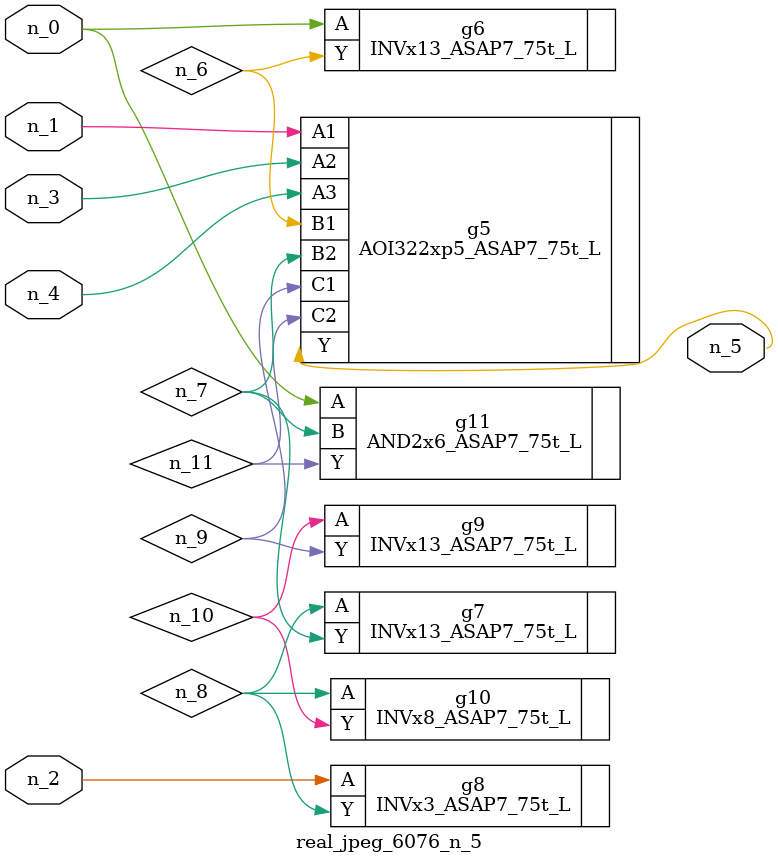
<source format=v>
module real_jpeg_6076_n_5 (n_4, n_0, n_1, n_2, n_3, n_5);

input n_4;
input n_0;
input n_1;
input n_2;
input n_3;

output n_5;

wire n_8;
wire n_11;
wire n_6;
wire n_7;
wire n_10;
wire n_9;

INVx13_ASAP7_75t_L g6 ( 
.A(n_0),
.Y(n_6)
);

AND2x6_ASAP7_75t_L g11 ( 
.A(n_0),
.B(n_7),
.Y(n_11)
);

AOI322xp5_ASAP7_75t_L g5 ( 
.A1(n_1),
.A2(n_3),
.A3(n_4),
.B1(n_6),
.B2(n_7),
.C1(n_9),
.C2(n_11),
.Y(n_5)
);

INVx3_ASAP7_75t_L g8 ( 
.A(n_2),
.Y(n_8)
);

INVx13_ASAP7_75t_L g7 ( 
.A(n_8),
.Y(n_7)
);

INVx8_ASAP7_75t_L g10 ( 
.A(n_8),
.Y(n_10)
);

INVx13_ASAP7_75t_L g9 ( 
.A(n_10),
.Y(n_9)
);


endmodule
</source>
